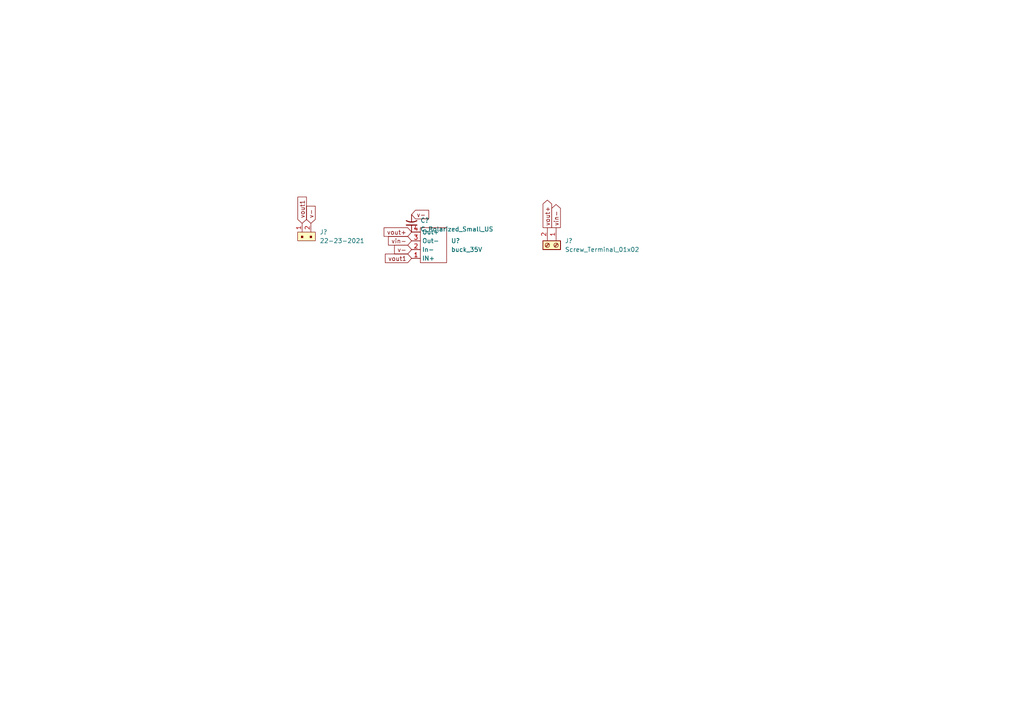
<source format=kicad_sch>
(kicad_sch (version 20211123) (generator eeschema)
  (paper "A4")
  (lib_symbols
    (symbol "Connector:Screw_Terminal_01x02" (pin_names (offset 1.016) hide)
      (property "Reference" "J" (at 0 2.54 0))
      (property "Value" "Screw_Terminal_01x02" (at 0 -5.08 0))
      (symbol "Screw_Terminal_01x02_1_1"
        (rectangle (start -1.27 1.27) (end 1.27 -3.81) (stroke (width 0.254)) (fill (type background)))
        (circle (center 0 -2.54) (radius 0.635) (stroke (width 0.1524)))
        (polyline (pts (xy -0.5334 -2.2098) (xy 0.3302 -3.048)) (stroke (width 0.1524)))
        (polyline (pts (xy -0.5334 0.3302) (xy 0.3302 -0.508)) (stroke (width 0.1524)))
        (polyline (pts (xy -0.3556 -2.032) (xy 0.508 -2.8702)) (stroke (width 0.1524)))
        (polyline (pts (xy -0.3556 0.508) (xy 0.508 -0.3302)) (stroke (width 0.1524)))
        (circle (center 0 0) (radius 0.635) (stroke (width 0.1524)))
        (pin passive line (at -5.08 0 0) (length 3.81) (name "Pin_1") (number "1"))
        (pin passive line (at -5.08 -2.54 0) (length 3.81) (name "Pin_2") (number "2"))
      )
    )
    (symbol "Device:C_Polarized_Small_US" (pin_numbers hide) (pin_names (offset 0.254) hide)
      (property "Reference" "C" (at 0.254 1.778 0))
      (property "Value" "C_Polarized_Small_US" (at 0.254 -2.032 0))
      (symbol "C_Polarized_Small_US_0_1"
        (polyline (pts (xy -1.524 0.508) (xy 1.524 0.508)) (stroke (width 0.3048)))
        (polyline (pts (xy -1.27 1.524) (xy -0.762 1.524)))
        (polyline (pts (xy -1.016 1.27) (xy -1.016 1.778)))
        (arc (start 1.524 -0.762) (mid 0 -0.3734) (end -1.524 -0.762) (stroke (width 0.3048)))
      )
      (symbol "C_Polarized_Small_US_1_1"
        (pin passive line (at 0 2.54 270) (length 2.032) (name "~") (number "1"))
        (pin passive line (at 0 -2.54 90) (length 2.032) (name "~") (number "2"))
      )
    )
    (symbol "New_Library:buck_35V"
      (property "Reference" "U" (at 0 0 0))
      (property "Value" "buck_35V" (at 0 0 0))
      (symbol "buck_35V_0_1"
        (rectangle (start -3.81 -2.54) (end 3.81 -12.7))
      )
      (symbol "buck_35V_1_1"
        (pin input line (at 6.35 -3.81 180) (length 2.54) (name "IN+") (number "1"))
        (pin input line (at 6.35 -6.35 180) (length 2.54) (name "In-") (number "2"))
        (pin output line (at 6.35 -8.89 180) (length 2.54) (name "Out-") (number "3"))
        (pin output line (at 6.35 -11.43 180) (length 2.54) (name "Out+") (number "4"))
      )
    )
    (symbol "dk_Rectangular-Connectors-Headers-Male-Pins:22-23-2021" (pin_names (offset 1.016))
      (property "Reference" "J" (at -2.54 1.27 0))
      (property "Value" "22-23-2021" (at 1.27 -3.81 0))
      (symbol "22-23-2021_1_1"
        (rectangle (start -1.27 0) (end 3.81 -2.54) (fill (type background)))
        (rectangle (start -0.254 -1.143) (end 0.254 -1.651) (fill (type outline)))
        (rectangle (start 2.286 -1.143) (end 2.794 -1.651) (fill (type outline)))
        (pin passive line (at 0 2.54 270) (length 2.54) (name "~") (number "1"))
        (pin passive line (at 2.54 2.54 270) (length 2.54) (name "~") (number "2"))
      )
    )
  )
  (global_label "v-" (shape input) (at 119.38 72.39 180) (property "Intersheet References" "${INTERSHEET_REFS}" (effects hide)))
  (global_label "vout+" (shape input) (at 119.38 67.31 180) (property "Intersheet References" "${INTERSHEET_REFS}" (effects hide)))
  (global_label "vout1" (shape input) (at 87.63 64.77 90) (property "Intersheet References" "${INTERSHEET_REFS}" (effects hide)))
  (global_label "v-" (shape input) (at 119.38 62.23 0) (property "Intersheet References" "${INTERSHEET_REFS}" (effects hide)))
  (global_label "vin-" (shape input) (at 119.38 69.85 180) (property "Intersheet References" "${INTERSHEET_REFS}" (effects hide)))
  (global_label "vin-" (shape output) (at 161.29 66.04 90) (property "Intersheet References" "${INTERSHEET_REFS}" (effects hide)))
  (global_label "vout1" (shape input) (at 119.38 74.93 180) (property "Intersheet References" "${INTERSHEET_REFS}" (effects hide)))
  (global_label "v-" (shape input) (at 90.17 64.77 90) (property "Intersheet References" "${INTERSHEET_REFS}" (effects hide)))
  (global_label "vout+" (shape output) (at 158.75 66.04 90) (property "Intersheet References" "${INTERSHEET_REFS}" (effects hide)))
  (symbol (lib_id "Device:C_Polarized_Small_US") (at 119.38 64.77 180) (unit 1)
    (property "Reference" "C?" (at 121.92 63.9317 0) (effects (justify right)))
    (property "Value" "C_Polarized_Small_US" (at 121.92 66.4717 0) (effects (justify right)))
  )
  (symbol (lib_id "Connector:Screw_Terminal_01x02") (at 161.29 71.12 270) (unit 1)
    (property "Reference" "J?" (at 163.83 69.8499 90) (effects (justify left)))
    (property "Value" "Screw_Terminal_01x02" (at 163.83 72.3899 90) (effects (justify left)))
  )
  (symbol (lib_id "New_Library:buck_35V") (at 125.73 78.74 180) (unit 1)
    (property "Reference" "U?" (at 130.81 69.8499 0) (effects (justify right)))
    (property "Value" "buck_35V" (at 130.81 72.3899 0) (effects (justify right)))
  )
  (symbol (lib_id "dk_Rectangular-Connectors-Headers-Male-Pins:22-23-2021") (at 87.63 67.31 0) (unit 1)
    (property "Reference" "J?" (at 92.71 67.3099 0) (effects (justify left)))
    (property "Value" "22-23-2021" (at 92.71 69.8499 0) (effects (justify left)))
    (property "Footprint" "digikey-footprints:PinHeader_1x2_P2.54mm_Drill1.02mm" (effects hide))
    (property "Datasheet" "https://media.digikey.com/pdf/Data%20Sheets/Molex%20PDFs/A-6373-N_Series_Dwg_2010-12-03.pdf" (effects hide))
    (property "Digi-Key_PN" "WM4200-ND" (effects hide))
    (property "MPN" "22-23-2021" (effects hide))
    (property "Category" "Connectors, Interconnects" (effects hide))
    (property "Family" "Rectangular Connectors - Headers, Male Pins" (effects hide))
    (property "DK_Datasheet_Link" "https://media.digikey.com/pdf/Data%20Sheets/Molex%20PDFs/A-6373-N_Series_Dwg_2010-12-03.pdf" (effects hide))
    (property "DK_Detail_Page" "/product-detail/en/molex/22-23-2021/WM4200-ND/26667" (effects hide))
    (property "Description" "CONN HEADER VERT 2POS 2.54MM" (effects hide))
    (property "Manufacturer" "Molex" (effects hide))
    (property "Status" "Active" (effects hide))
  )
)
</source>
